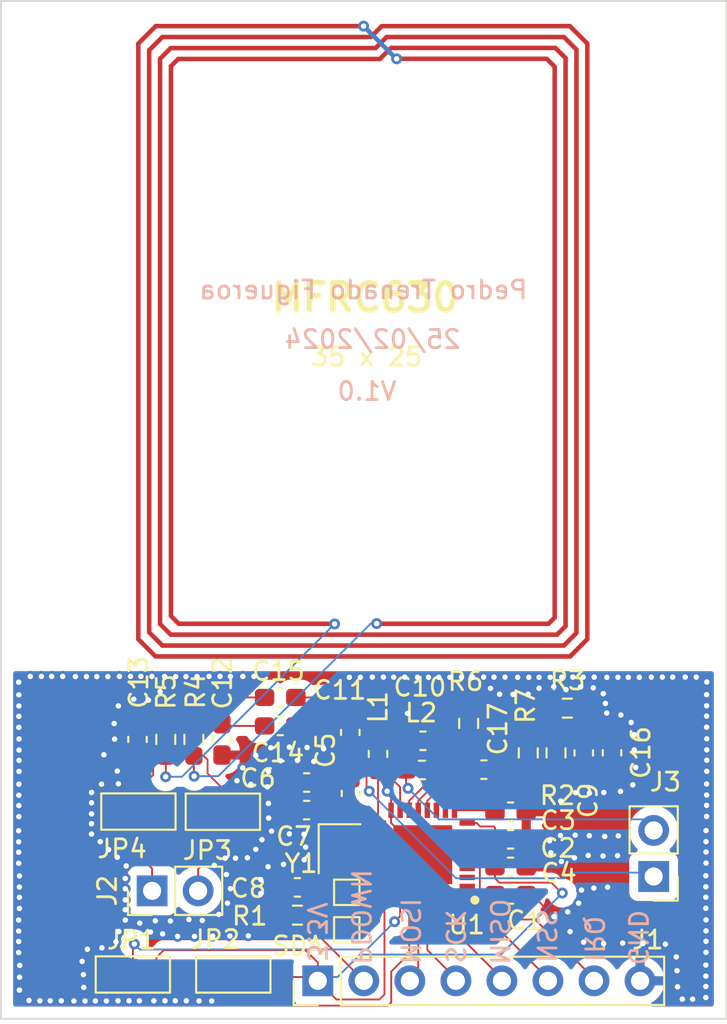
<source format=kicad_pcb>
(kicad_pcb (version 20221018) (generator pcbnew)
  (title_block (title "NFC Programmer") (rev "3.0") (company "Tychetools"))
  (layers (0 "F.Cu" signal) (31 "B.Cu" signal) (34 "B.Paste" user) (35 "F.Paste" user) (36 "B.SilkS" user "B.Silkscreen") (37 "F.SilkS" user "F.Silkscreen") (38 "B.Mask" user) (39 "F.Mask" user) (44 "Edge.Cuts" user))
  (net 0 "")
  (net 1 "Net-(U1-DVDD)")
  (net 2 "GND")
  (net 3 "Net-(U1-AVDD)")
  (net 4 "Net-(U1-TVDD)")
  (net 5 "Net-(U1-XTAL2)")
  (net 6 "/RXP")
  (net 7 "Net-(C9-Pad2)")
  (net 8 "Net-(C10-Pad2)")
  (net 9 "Net-(C11-Pad1)")
  (net 10 "Net-(C12-Pad1)")
  (net 11 "Net-(C13-Pad2)")
  (net 12 "/VMID")
  (net 13 "/RXN")
  (net 14 "Net-(C17-Pad2)")
  (net 15 "/TX1")
  (net 16 "/TX2")
  (net 17 "Net-(JP3-A)")
  (net 21 "/SDA")
  (net 22 "/MISO")
  (net 23 "/IRQ")
  (net 24 "/NSS")
  (net 31 "/PDOWN")
  (net 32 "+3V3")
  (net 33 "/SCK")
  (net 34 "/MOSI")
  (net 35 "Net-(U1-XTAL1)")
  (net 36 "/IFSEL0")
  (net 37 "/IFSEL1")
  (net 38 "Net-(J2-Pin_2)")
  (net 39 "Net-(JP4-A)")
  (net 40 "Net-(JP4-C)")
  (net 41 "Net-(J2-Pin_1)")
  (net 42 "/SCL")
  (footprint "Resistor_SMD:R_0603_1608Metric_Pad0.98x0.95mm_HandSolder" (layer "F.Cu") (at 150.81375 95.4575 -90)
    (fp_text reference "R2")
    (fp_text value "TBD" hide)
  )
  (footprint "Capacitor_SMD:C_0603_1608Metric_Pad1.08x0.95mm_HandSolder" (layer "F.Cu") (at 146.83425 96.38 180)
    (fp_text reference "C17")
    (fp_text value "TBD" hide)
  )
  (footprint "Resistor_SMD:R_0603_1608Metric_Pad0.98x0.95mm_HandSolder" (layer "F.Cu") (at 145.99425 93.83 90)
    (fp_text reference "R6")
    (fp_text value "TBD" hide)
  )
  (footprint "Jumper:SolderJumper-3_P1.3mm_Bridged12_Pad1.0x1.5mm_NumberLabels" (layer "F.Cu") (at 132.435 98.7)
    (fp_text reference "JP3")
    (fp_text value "SolderJumper_3_Bridged12" hide)
  )
  (footprint "MountingHole:MountingHole_3mm" (layer "F.Cu") (at 124.08 58.64)
    (fp_text reference "H3" hide)
    (fp_text value "MountingHole_Pad" hide)
  )
  (footprint "MountingHole:MountingHole_3mm" (layer "F.Cu") (at 156.12 58.64)
    (fp_text reference "H4" hide)
    (fp_text value "MountingHole_Pad" hide)
  )
  (footprint "TestPoint:TestPoint_Pad_1.0x1.0mm" (layer "F.Cu") (at 139.27 105.21 180)
    (fp_text reference "TP1" hide)
    (fp_text value "TestPoint" hide)
  )
  (footprint "Capacitor_SMD:C_0603_1608Metric_Pad1.08x0.95mm_HandSolder" (layer "F.Cu") (at 137.06 97.09 180)
    (fp_text reference "C6")
    (fp_text value "1u" hide)
  )
  (footprint "Connector_PinHeader_2.54mm:PinHeader_1x02_P2.54mm_Vertical" (layer "F.Cu") (at 128.53 103.06 90)
    (fp_text reference "J2")
    (fp_text value "Conn_01x02_Pin" hide)
  )
  (footprint "Inductor_SMD:L_0603_1608Metric_Pad1.05x0.95mm_HandSolder" (layer "F.Cu") (at 140.99425 95.51 90)
    (fp_text reference "L1")
    (fp_text value "TBD" hide)
  )
  (footprint "Capacitor_SMD:C_0603_1608Metric_Pad1.08x0.95mm_HandSolder" (layer "F.Cu") (at 135.6 93.97 180)
    (fp_text reference "C14")
    (fp_text value "TBD" hide)
  )
  (footprint "MountingHole:MountingHole_3mm" (layer "F.Cu") (at 124.06 88.02)
    (fp_text reference "H1" hide)
    (fp_text value "MountingHole_Pad" hide)
  )
  (footprint "Crystal:Crystal_SMD_2016-4Pin_2.0x1.6mm" (layer "F.Cu") (at 138.87175 100.74 -90)
    (fp_text reference "Y1")
    (fp_text value "Crystal_27.12MHz" hide)
  )
  (footprint "Capacitor_SMD:C_0603_1608Metric_Pad1.08x0.95mm_HandSolder" (layer "F.Cu") (at 139.50425 97.69 90)
    (fp_text reference "C5")
    (fp_text value "100n" hide)
  )
  (footprint "Capacitor_SMD:C_0603_1608Metric_Pad1.08x0.95mm_HandSolder" (layer "F.Cu") (at 139.46425 94.33 -90)
    (fp_text reference "C11")
    (fp_text value "TBD" hide)
  )
  (footprint "Library3:MFRC630_MOUSER" (layer "F.Cu") (at 143.46425 101.07 180)
    (fp_text reference "U1")
    (fp_text value "MFRC63002HN,151" hide)
  )
  (footprint "Connector_PinHeader_2.54mm:PinHeader_1x08_P2.54mm_Vertical" (layer "F.Cu") (at 137.67 108.02 90)
    (fp_text reference "J1")
    (fp_text value "Conn_01x08" hide)
  )
  (footprint "Resistor_SMD:R_0603_1608Metric_Pad0.98x0.95mm_HandSolder" (layer "F.Cu") (at 130.835 94.7125 -90)
    (fp_text reference "R4")
    (fp_text value "TBD" hide)
  )
  (footprint "TestPoint:TestPoint_Pad_1.0x1.0mm" (layer "F.Cu") (at 139.27 103.14)
    (fp_text reference "TP2" hide)
    (fp_text value "TestPoint" hide)
  )
  (footprint "Capacitor_SMD:C_0603_1608Metric_Pad1.08x0.95mm_HandSolder" (layer "F.Cu") (at 152.34425 95.4575 90)
    (fp_text reference "C9")
    (fp_text value "TBD" hide)
  )
  (footprint "Capacitor_SMD:C_0603_1608Metric_Pad1.08x0.95mm_HandSolder" (layer "F.Cu") (at 135.6 92.4 180)
    (fp_text reference "C15")
    (fp_text value "TBD" hide)
  )
  (footprint "Capacitor_SMD:C_0603_1608Metric_Pad1.08x0.95mm_HandSolder" (layer "F.Cu") (at 148.3075 98.7)
    (fp_text reference "C3")
    (fp_text value "470n" hide)
  )
  (footprint "Capacitor_SMD:C_0603_1608Metric_Pad1.08x0.95mm_HandSolder" (layer "F.Cu") (at 148.3075 100.22)
    (fp_text reference "C2")
    (fp_text value "100n" hide)
  )
  (footprint "Resistor_SMD:R_0603_1608Metric_Pad0.98x0.95mm_HandSolder" (layer "F.Cu") (at 149.28325 95.4575 90)
    (fp_text reference "R7")
    (fp_text value "TBD" hide)
  )
  (footprint "Capacitor_SMD:C_0603_1608Metric_Pad1.08x0.95mm_HandSolder" (layer "F.Cu") (at 153.90425 95.45 -90)
    (fp_text reference "C16")
    (fp_text value "TBD" hide)
  )
  (footprint "Capacitor_SMD:C_0603_1608Metric_Pad1.08x0.95mm_HandSolder" (layer "F.Cu") (at 148.3075 101.74)
    (fp_text reference "C4")
    (fp_text value "100n" hide)
  )
  (footprint "Resistor_SMD:R_0603_1608Metric_Pad0.98x0.95mm_HandSolder" (layer "F.Cu") (at 129.285 94.7125 -90)
    (fp_text reference "R5")
    (fp_text value "TBD" hide)
  )
  (footprint "Resistor_SMD:R_0603_1608Metric_Pad0.98x0.95mm_HandSolder" (layer "F.Cu") (at 151.435 92.99)
    (fp_text reference "R3")
    (fp_text value "TBD" hide)
  )
  (footprint "Capacitor_SMD:C_0603_1608Metric_Pad1.08x0.95mm_HandSolder" (layer "F.Cu") (at 132.385 94.7125 -90)
    (fp_text reference "C12")
    (fp_text value "TBD" hide)
  )
  (footprint "Capacitor_SMD:C_0603_1608Metric_Pad1.08x0.95mm_HandSolder" (layer "F.Cu") (at 127.725 94.7125 90)
    (fp_text reference "C13")
    (fp_text value "TBD" hide)
  )
  (footprint "Capacitor_SMD:C_0603_1608Metric_Pad1.08x0.95mm_HandSolder" (layer "F.Cu") (at 136.545 102.87 180)
    (fp_text reference "C8")
    (fp_text value "10p" hide)
  )
  (footprint "Connector_PinHeader_2.54mm:PinHeader_1x02_P2.54mm_Vertical" (layer "F.Cu") (at 156.2 102.27 180)
    (fp_text reference "J3")
    (fp_text value "Conn_01x02_Pin" hide)
  )
  (footprint "Inductor_SMD:L_0603_1608Metric_Pad1.05x0.95mm_HandSolder" (layer "F.Cu") (at 143.41925 96.4)
    (fp_text reference "L2")
    (fp_text value "TBD" hide)
  )
  (footprint "Resistor_SMD:R_0603_1608Metric_Pad0.98x0.95mm_HandSolder" (layer "F.Cu") (at 136.5475 104.4 180)
    (fp_text reference "R1")
    (fp_text value "10k" hide)
  )
  (footprint "Jumper:SolderJumper-3_P1.3mm_Bridged12_Pad1.0x1.5mm_NumberLabels" (layer "F.Cu") (at 127.775 98.69 180)
    (fp_text reference "JP4")
    (fp_text value "SolderJumper_3_Bridged12" hide)
  )
  (footprint "Jumper:SolderJumper-3_P1.3mm_Bridged12_Pad1.0x1.5mm_NumberLabels" (layer "F.Cu") (at 133.01 107.67 180)
    (fp_text reference "JP2")
    (fp_text value "SolderJumper_3_Bridged12" hide)
  )
  (footprint "Jumper:SolderJumper-3_P1.3mm_Bridged12_Pad1.0x1.5mm_NumberLabels" (layer "F.Cu") (at 127.47 107.67)
    (fp_text reference "JP1")
    (fp_text value "SolderJumper_3_Bridged12" hide)
  )
  (footprint "Capacitor_SMD:C_0603_1608Metric_Pad1.08x0.95mm_HandSolder" (layer "F.Cu") (at 143.47175 94.79)
    (fp_text reference "C10")
    (fp_text value "TBD" hide)
  )
  (footprint "Capacitor_SMD:C_0603_1608Metric_Pad1.08x0.95mm_HandSolder" (layer "F.Cu") (at 137.0575 98.61 180)
    (fp_text reference "C7")
    (fp_text value "10p" hide)
  )
  (footprint "MountingHole:MountingHole_3mm" (layer "F.Cu") (at 156.11 88.02)
    (fp_text reference "H2" hide)
    (fp_text value "MountingHole_Pad" hide)
  )
  (footprint "Capacitor_SMD:C_0603_1608Metric_Pad1.08x0.95mm_HandSolder" (layer "F.Cu") (at 148.3075 103.26)
    (fp_text reference "C1")
    (fp_text value "470n" hide)
  )
  (gr_poly (pts (xy 120.19 110.11) (xy 158.66 110.11) (xy 160.22 110.11) (xy 160.22 54.01) (xy 120.19 54.01) (xy 120.19 110.11)) (stroke (width 0.1)) (fill none) (layer "Edge.Cuts"))
  (gr_text "3.3V" (at 137.02 107.04 -90) (layer "B.SilkS") (effects (font (size 1 1) (thickness 0.153)) (justify left bottom mirror)))
  (gr_text "MOSI\n" (at 142.17 107.19 -90) (layer "B.SilkS") (effects (font (size 1 1) (thickness 0.153)) (justify left bottom mirror)))
  (gr_text "V1.0\n" (at 142.1 76.11) (layer "B.SilkS") (effects (font (size 1 1) (thickness 0.153)) (justify left bottom mirror)))
  (gr_text "25/02/2024\n" (at 145.65 73.25) (layer "B.SilkS") (effects (font (size 1 1) (thickness 0.153)) (justify left bottom mirror)))
  (gr_text "GND\n" (at 154.73 107.26 -90) (layer "B.SilkS") (effects (font (size 1 1) (thickness 0.153)) (justify left bottom mirror)))
  (gr_text "PDOWN" (at 139.45 107.22 -90) (layer "B.SilkS") (effects (font (size 1 1) (thickness 0.153)) (justify left bottom mirror)))
  (gr_text "Pedro Trenado Figueroa\n" (at 149.33 70.52) (layer "B.SilkS") (effects (font (size 1 1) (thickness 0.153)) (justify left bottom mirror)))
  (gr_text "NSS\n" (at 149.69 107.12 -90) (layer "B.SilkS") (effects (font (size 1 1) (thickness 0.153)) (justify left bottom mirror)))
  (gr_text "SCK\n" (at 144.66 107.15 -90) (layer "B.SilkS") (effects (font (size 1 1) (thickness 0.153)) (justify left bottom mirror)))
  (gr_text "IRQ\n" (at 152.32 107.08 -90) (layer "B.SilkS") (effects (font (size 1 1) (thickness 0.153)) (justify left bottom mirror)))
  (gr_text "MISO\n" (at 147.11 107.22 -90) (layer "B.SilkS") (effects (font (size 1 1) (thickness 0.153)) (justify left bottom mirror)))
  (gr_text "35 x 25" (at 137.19 74.21) (layer "F.SilkS") (effects (font (size 1 1) (thickness 0.153)) (justify left bottom)))
  (gr_text "MFRC630\n" (at 134.95 71.24) (layer "F.SilkS") (effects (font (size 1.5 1.5) (thickness 0.3) bold) (justify left bottom)))
  (gr_text "SDA" (at 135.06 106.67) (layer "F.SilkS") (effects (font (size 1 1) (thickness 0.153)) (justify left bottom)))
  (segment (start 146.61 99.99075) (end 146.61 103.04) (width 0.1) (layer "F.Cu") (net 1))
  (segment (start 146.43925 99.82) (end 146.61 99.99075) (width 0.1) (layer "F.Cu") (net 1))
  (segment (start 146.83 103.26) (end 147.445 103.26) (width 0.1) (layer "F.Cu") (net 1))
  (segment (start 146.61 103.04) (end 146.83 103.26) (width 0.1) (layer "F.Cu") (net 1))
  (segment (start 145.91425 99.82) (end 146.43925 99.82) (width 0.1) (layer "F.Cu") (net 1))
  (segment (start 139.42175 100.34) (end 138.32175 101.44) (width 0.1) (layer "F.Cu") (net 2))
  (segment (start 134.225 95.575) (end 134.251582 95.601582) (width 0.1) (layer "F.Cu") (net 2))
  (segment (start 142.60925 94.79) (end 142.60925 93.29075) (width 0.1) (layer "F.Cu") (net 2))
  (segment (start 138.0275 95.1925) (end 137.99 95.23) (width 0.1) (layer "F.Cu") (net 2))
  (segment (start 125.885 95.575) (end 125.87 95.56) (width 0.1) (layer "F.Cu") (net 2))
  (segment (start 139.46425 95.1925) (end 138.0275 95.1925) (width 0.1) (layer "F.Cu") (net 2))
  (segment (start 139.42175 100.04) (end 139.42175 100.34) (width 0.1) (layer "F.Cu") (net 2))
  (segment (start 138.32175 101.44) (end 137.01 101.44) (width 0.1) (layer "F.Cu") (net 2))
  (segment (start 142.60925 93.29075) (end 142.62 93.28) (width 0.1) (layer "F.Cu") (net 2))
  (segment (start 143.46425 101.07) (end 141.71425 99.32) (width 0.1) (layer "F.Cu") (net 2))
  (segment (start 149.48 103.26) (end 150.7 104.48) (width 0.1) (layer "F.Cu") (net 2))
  (segment (start 149.17 103.26) (end 149.48 103.26) (width 0.1) (layer "F.Cu") (net 2))
  (segment (start 141.71425 97.78425) (end 141.5 97.57) (width 0.1) (layer "F.Cu") (net 2))
  (segment (start 132.385 95.575) (end 134.225 95.575) (width 0.1) (layer "F.Cu") (net 2))
  (segment (start 127.725 95.575) (end 125.885 95.575) (width 0.1) (layer "F.Cu") (net 2))
  (segment (start 141.71425 98.62) (end 141.71425 97.78425) (width 0.1) (layer "F.Cu") (net 2))
  (segment (start 137.01 101.44) (end 136.92 101.35) (width 0.1) (layer "F.Cu") (net 2))
  (segment (start 141.71425 99.32) (end 141.71425 98.62) (width 0.1) (layer "F.Cu") (net 2))
  (via micro (at 159.13 95.86) (size 0.6) (drill 0.3) (layers "F.Cu" "B.Cu") (net 2))
  (via micro (at 129.54 104.72) (size 0.6) (drill 0.3) (layers "F.Cu" "B.Cu") (net 2))
  (via micro (at 157.94 91.28) (size 0.6) (drill 0.3) (layers "F.Cu" "B.Cu") (net 2))
  (via micro (at 131.87 105.55) (size 0.6) (drill 0.3) (layers "F.Cu" "B.Cu") (net 2))
  (via micro (at 124.3 91.25) (size 0.6) (drill 0.3) (layers "F.Cu" "B.Cu") (net 2))
  (via micro (at 125.19 98.82) (size 0.6) (drill 0.3) (layers "F.Cu" "B.Cu") (net 2))
  (via micro (at 127.34 91.24) (size 0.6) (drill 0.3) (layers "F.Cu" "B.Cu") (net 2))
  (via micro (at 157.25 91.28) (size 0.6) (drill 0.3) (layers "F.Cu" "B.Cu") (net 2))
  (via micro (at 129.94 105.57) (size 0.6) (drill 0.3) (layers "F.Cu" "B.Cu") (net 2))
  (via micro (at 135.12 99.77) (size 0.6) (drill 0.3) (layers "F.Cu" "B.Cu") (net 2))
  (via micro (at 121.18 98.97) (size 0.6) (drill 0.3) (layers "F.Cu" "B.Cu") (net 2))
  (via micro (at 123.52 109.12) (size 0.6) (drill 0.3) (layers "F.Cu" "B.Cu") (net 2))
  (via (at 134.251582 95.601582) (size 0.6) (drill 0.3) (layers "F.Cu" "B.Cu") (net 2))
  (via micro (at 126.46 94.7) (size 0.6) (drill 0.3) (layers "F.Cu" "B.Cu") (net 2))
  (via micro (at 132.21 104.36) (size 0.6) (drill 0.3) (layers "F.Cu" "B.Cu") (net 2))
  (via micro (at 144.35 91.29) (size 0.6) (drill 0.3) (layers "F.Cu" "B.Cu") (net 2))
  (via micro (at 159.08 104.02) (size 0.6) (drill 0.3) (layers "F.Cu" "B.Cu") (net 2))
  (via micro (at 155.13 94.45) (size 0.6) (drill 0.3) (layers "F.Cu" "B.Cu") (net 2))
  (via micro (at 153.5 100.06) (size 0.6) (drill 0.3) (layers "F.Cu" "B.Cu") (net 2))
  (via micro (at 129.22 91.25) (size 0.6) (drill 0.3) (layers "F.Cu" "B.Cu") (net 2))
  (via micro (at 125.19 98.21) (size 0.6) (drill 0.3) (layers "F.Cu" "B.Cu") (net 2))
  (via micro (at 134.59 100.24) (size 0.6) (drill 0.3) (layers "F.Cu" "B.Cu") (net 2))
  (via micro (at 148.44 92.23) (size 0.6) (drill 0.3) (layers "F.Cu" "B.Cu") (net 2))
  (via micro (at 132.69 103.74) (size 0.6) (drill 0.3) (layers "F.Cu" "B.Cu") (net 2))
  (via micro (at 126.65 109.12) (size 0.6) (drill 0.3) (layers "F.Cu" "B.Cu") (net 2))
  (via micro (at 154.37 97.58) (size 0.6) (drill 0.3) (layers "F.Cu" "B.Cu") (net 2))
  (via micro (at 123.6 91.24) (size 0.6) (drill 0.3) (layers "F.Cu" "B.Cu") (net 2))
  (via micro (at 133.98 97.19) (size 0.6) (drill 0.3) (layers "F.Cu" "B.Cu") (net 2))
  (via micro (at 159.13 96.47) (size 0.6) (drill 0.3) (layers "F.Cu" "B.Cu") (net 2))
  (via micro (at 121.18 92.26) (size 0.6) (drill 0.3) (layers "F.Cu" "B.Cu") (net 2))
  (via micro (at 152.66 97.67) (size 0.6) (drill 0.3) (layers "F.Cu" "B.Cu") (net 2))
  (via micro (at 134.52575 102.44) (size 0.6) (drill 0.3) (layers "F.Cu" "B.Cu") (net 2))
  (via micro (at 154.96 93.78) (size 0.6) (drill 0.3) (layers "F.Cu" "B.Cu") (net 2))
  (via micro (at 121.17 91.56) (size 0.6) (drill 0.3) (layers "F.Cu" "B.Cu") (net 2))
  (via micro (at 141.86 91.28) (size 0.6) (drill 0.3) (layers "F.Cu" "B.Cu") (net 2))
  (via micro (at 148.7 91.29) (size 0.6) (drill 0.3) (layers "F.Cu" "B.Cu") (net 2))
  (via micro (at 158.55 91.28) (size 0.6) (drill 0.3) (layers "F.Cu" "B.Cu") (net 2))
  (via micro (at 125.74 97.18) (size 0.6) (drill 0.3) (layers "F.Cu" "B.Cu") (net 2))
  (via micro (at 131.82 109.13) (size 0.6) (drill 0.3) (layers "F.Cu" "B.Cu") (net 2))
  (via micro (at 121.17 106.46) (size 0.6) (drill 0.3) (layers "F.Cu" "B.Cu") (net 2))
  (via micro (at 132.56 101.26) (size 0.6) (drill 0.3) (layers "F.Cu" "B.Cu") (net 2))
  (via micro (at 137.45 95.93) (size 0.6) (drill 0.3) (layers "F.Cu" "B.Cu") (net 2))
  (via micro (at 159.12 92.86) (size 0.6) (drill 0.3) (layers "F.Cu" "B.Cu") (net 2))
  (via micro (at 127.85 104.84) (size 0.6) (drill 0.3) (layers "F.Cu" "B.Cu") (net 2))
  (via micro (at 143.78 91.29) (size 0.6) (drill 0.3) (layers "F.Cu" "B.Cu") (net 2))
  (via micro (at 124.76 108.38) (size 0.6) (drill 0.3) (layers "F.Cu" "B.Cu") (net 2))
  (via micro (at 148 91.28) (size 0.6) (drill 0.3) (layers "F.Cu" "B.Cu") (net 2))
  (via micro (at 121.18 92.87) (size 0.6) (drill 0.3) (layers "F.Cu" "B.Cu") (net 2))
  (via micro (at 151.83 101.24) (size 0.6) (drill 0.3) (layers "F.Cu" "B.Cu") (net 2))
  (via micro (at 152.92 91.28) (size 0.6) (drill 0.3) (layers "F.Cu" "B.Cu") (net 2))
  (via micro (at 147.701096 92.221952) (size 0.6) (drill 0.3) (layers "F.Cu" "B.Cu") (net 2))
  (via micro (at 149.28 92.22) (size 0.6) (drill 0.3) (layers "F.Cu" "B.Cu") (net 2))
  (via micro (at 159.09 99.74) (size 0.6) (drill 0.3) (layers "F.Cu" "B.Cu") (net 2))
  (via micro (at 139.41 91.29) (size 0.6) (drill 0.3) (layers "F.Cu" "B.Cu") (net 2))
  (via micro (at 157.49 107.46) (size 0.6) (drill 0.3) (layers "F.Cu" "B.Cu") (net 2))
  (via micro (at 159.09 101.53) (size 0.6) (drill 0.3) (layers "F.Cu" "B.Cu") (net 2))
  (via micro (at 157.52 108.35) (size 0.6) (drill 0.3) (layers "F.Cu" "B.Cu") (net 2))
  (via micro (at 132.82 105.55) (size 0.6) (drill 0.3) (layers "F.Cu" "B.Cu") (net 2))
  (via micro (at 133.79 101.24) (size 0.6) (drill 0.3) (layers "F.Cu" "B.Cu") (net 2))
  (via micro (at 151.89 97.65) (size 0.6) (drill 0.3) (layers "F.Cu" "B.Cu") (net 2))
  (via micro (at 159.13 95.29) (size 0.6) (drill 0.3) (layers "F.Cu" "B.Cu") (net 2))
  (via micro (at 157.45 106.7) (size 0.6) (drill 0.3) (layers "F.Cu" "B.Cu") (net 2))
  (via micro (at 130.87 105.57) (size 0.6) (drill 0.3) (layers "F.Cu" "B.Cu") (net 2))
  (via micro (at 134.52575 103.21) (size 0.6) (drill 0.3) (layers "F.Cu" "B.Cu") (net 2))
  (via micro (at 128.71 104.71) (size 0.6) (drill 0.3) (layers "F.Cu" "B.Cu") (net 2))
  (via micro (at 127.52 92.5) (size 0.6) (drill 0.3) (layers "F.Cu" "B.Cu") (net 2))
  (via micro (at 131.12 109.13) (size 0.6) (drill 0.3) (layers "F.Cu" "B.Cu") (net 2))
  (via micro (at 159.12 98.96) (size 0.6) (drill 0.3) (layers "F.Cu" "B.Cu") (net 2))
  (via micro (at 126.61 96.46) (size 0.6) (drill 0.3) (layers "F.Cu" "B.Cu") (net 2))
  (via micro (at 127.83 109.12) (size 0.6) (drill 0.3) (layers "F.Cu" "B.Cu") (net 2))
  (via micro (at 158.35 109.03) (size 0.6) (drill 0.3) (layers "F.Cu" "B.Cu") (net 2))
  (via micro (at 121.17 104.67) (size 0.6) (drill 0.3) (layers "F.Cu" "B.Cu") (net 2))
  (via micro (at 152.31 91.28) (size 0.6) (drill 0.3) (layers "F.Cu" "B.Cu") (net 2))
  (via micro (at 126.67 92.87) (size 0.6) (drill 0.3) (layers "F.Cu" "B.Cu") (net 2))
  (via micro (at 154.21 101.12) (size 0.6) (drill 0.3) (layers "F.Cu" "B.Cu") (net 2))
  (via micro (at 126.44 93.84) (size 0.6) (drill 0.3) (layers "F.Cu" "B.Cu") (net 2))
  (via micro (at 140.68 91.28) (size 0.6) (drill 0.3) (layers "F.Cu" "B.Cu") (net 2))
  (via micro (at 125.4 109.13) (size 0.6) (drill 0.3) (layers "F.Cu" "B.Cu") (net 2))
  (via micro (at 156.07 91.28) (size 0.6) (drill 0.3) (layers "F.Cu" "B.Cu") (net 2))
  (via micro (at 136.91 99.94) (size 0.6) (drill 0.3) (layers "F.Cu" "B.Cu") (net 2))
  (via micro (at 152.59 101.11) (size 0.6) (drill 0.3) (layers "F.Cu" "B.Cu") (net 2))
  (via micro (at 150.46 100.3) (size 0.6) (drill 0.3) (layers "F.Cu" "B.Cu") (net 2))
  (via micro (at 140.02 91.29) (size 0.6) (drill 0.3) (layers "F.Cu" "B.Cu") (net 2))
  (via micro (at 153.45 97.64) (size 0.6) (drill 0.3) (layers "F.Cu" "B.Cu") (net 2))
  (via micro (at 134.95 98.24) (size 0.6) (drill 0.3) (layers "F.Cu" "B.Cu") (net 2))
  (via micro (at 151.364342 91.97) (size 0.6) (drill 0.3) (layers "F.Cu" "B.Cu") (net 2))
  (via micro (at 135.077887 95.174346) (size 0.6) (drill 0.3) (layers "F.Cu" "B.Cu") (net 2))
  (via micro (at 155.41 91.29) (size 0.6) (drill 0.3) (layers "F.Cu" "B.Cu") (net 2))
  (via micro (at 159.08 107.15) (size 0.6) (drill 0.3) (layers "F.Cu" "B.Cu") (net 2))
  (via micro (at 130.42 109.12) (size 0.6) (drill 0.3) (layers "F.Cu" "B.Cu") (net 2))
  (via micro (at 129.81 109.12) (size 0.6) (drill 0.3) (layers "F.Cu" "B.Cu") (net 2))
  (via micro (at 159.09 105.27) (size 0.6) (drill 0.3) (layers "F.Cu" "B.Cu") (net 2))
  (via micro (at 137.08 95.16) (size 0.6) (drill 0.3) (layers "F.Cu" "B.Cu") (net 2))
  (via micro (at 128.33 92.55) (size 0.6) (drill 0.3) (layers "F.Cu" "B.Cu") (net 2))
  (via micro (at 121.18 94.05) (size 0.6) (drill 0.3) (layers "F.Cu" "B.Cu") (net 2))
  (via micro (at 121.81 91.24) (size 0.6) (drill 0.3) (layers "F.Cu" "B.Cu") (net 2))
  (via (at 142.62 93.28) (size 0.6) (drill 0.3) (layers "F.Cu" "B.Cu") (net 2))
  (via micro (at 131.01 91.25) (size 0.6) (drill 0.3) (layers "F.Cu" "B.Cu") (net 2))
  (via micro (at 127.26 109.12) (size 0.6) (drill 0.3) (layers "F.Cu" "B.Cu") (net 2))
  (via micro (at 149.88 91.29) (size 0.6) (drill 0.3) (layers "F.Cu" "B.Cu") (net 2))
  (via micro (at 125.48 91.25) (size 0.6) (drill 0.3) (layers "F.Cu" "B.Cu") (net 2))
  (via micro (at 127.05 102.38) (size 0.6) (drill 0.3) (layers "F.Cu" "B.Cu") (net 2))
  (via micro (at 127.91 91.24) (size 0.6) (drill 0.3) (layers "F.Cu" "B.Cu") (net 2))
  (via micro (at 153.66 102.86) (size 0.6) (drill 0.3) (layers "F.Cu" "B.Cu") (net 2))
  (via micro (at 151.46 104.22) (size 0.6) (drill 0.3) (layers "F.Cu" "B.Cu") (net 2))
  (via micro (at 124.74 107.68) (size 0.6) (drill 0.3) (layers "F.Cu" "B.Cu") (net 2))
  (via micro (at 150.53 100.96) (size 0.6) (drill 0.3) (layers "F.Cu" "B.Cu") (net 2))
  (via micro (at 134.95 96.48) (size 0.6) (drill 0.3) (layers "F.Cu" "B.Cu") (net 2))
  (via micro (at 136.54 95.87) (size 0.6) (drill 0.3) (layers "F.Cu" "B.Cu") (net 2))
  (via micro (at 153.54 92.73) (size 0.6) (drill 0.3) (layers "F.Cu" "B.Cu") (net 2))
  (via micro (at 131.96 101.65) (size 0.6) (drill 0.3) (layers "F.Cu" "B.Cu") (net 2))
  (via micro (at 121.17 105.85) (size 0.6) (drill 0.3) (layers "F.Cu" "B.Cu") (net 2))
  (via micro (at 155.13 95.29) (size 0.6) (drill 0.3) (layers "F.Cu" "B.Cu") (net 2))
  (via micro (at 122.91 109.12) (size 0.6) (drill 0.3) (layers "F.Cu" "B.Cu") (net 2))
  (via micro (at 130.56 104.64) (size 0.6) (drill 0.3) (layers "F.Cu" "B.Cu") (net 2))
  (via micro (at 125.76 106.2) (size 0.6) (drill 0.3) (layers "F.Cu" "B.Cu") (net 2))
  (via micro (at 159.08 107.76) (size 0.6) (drill 0.3) (layers "F.Cu" "B.Cu") (net 2))
  (via micro (at 124.67 106.95) (size 0.6) (drill 0.3) (layers "F.Cu" "B.Cu") (net 2))
  (via micro (at 127.05 104.1) (size 0.6) (drill 0.3) (layers "F.Cu" "B.Cu") (net 2))
  (via micro (at 124.96 106.28) (size 0.6) (drill 0.3) (layers "F.Cu" "B.Cu") (net 2))
  (via micro (at 133.54 91.24) (size 0.6) (drill 0.3) (layers "F.Cu" "B.Cu") (net 2))
  (via micro (at 159.09 104.66) (size 0.6) (drill 0.3) (layers "F.Cu" "B.Cu") (net 2))
  (via micro (at 152.06 103.74) (size 0.6) (drill 0.3) (layers "F.Cu" "B.Cu") (net 2))
  (via micro (at 129.11 105.43) (size 0.6) (drill 0.3) (layers "F.Cu" "B.Cu") (net 2))
  (via micro (at 121.23 107.17) (size 0.6) (drill 0.3) (layers "F.Cu" "B.Cu") (net 2))
  (via micro (at 131.3 104.69) (size 0.6) (drill 0.3) (layers "F.Cu" "B.Cu") (net 2))
  (via micro (at 121.21 108.53) (size 0.6) (drill 0.3) (layers "F.Cu" "B.Cu") (net 2))
  (via micro (at 135.62 95.89) (size 0.6) (drill 0.3) (layers "F.Cu" "B.Cu") (net 2))
  (via micro (at 132.85 91.24) (size 0.6) (drill 0.3) (layers "F.Cu" "B.Cu") (net 2))
  (via micro (at 128.63 109.12) (size 0.6) (drill 0.3) (layers "F.Cu" "B.Cu") (net 2))
  (via micro (at 159.13 94.68) (size 0.6) (drill 0.3) (layers "F.Cu" "B.Cu") (net 2))
  (via micro (at 154.25 100.03) (size 0.6) (drill 0.3) (layers "F.Cu" "B.Cu") (net 2))
  (via micro (at 127.05 102.95) (size 0.6) (drill 0.3) (layers "F.Cu" "B.Cu") (net 2))
  (via micro (at 121.17 100.36) (size 0.6) (drill 0.3) (layers "F.Cu" "B.Cu") (net 2))
  (via micro (at 152.22 103.02) (size 0.6) (drill 0.3) (layers "F.Cu" "B.Cu") (net 2))
  (via micro (at 121.21 102.24) (size 0.6) (drill 0.3) (layers "F.Cu" "B.Cu") (net 2))
  (via micro (at 121.18 93.44) (size 0.6) (drill 0.3) (layers "F.Cu" "B.Cu") (net 2))
  (via micro (at 152.9 102.91) (size 0.6) (drill 0.3) (layers "F.Cu" "B.Cu") (net 2))
  (via micro (at 151.74 91.28) (size 0.6) (drill 0.3) (layers "F.Cu" "B.Cu") (net 2))
  (via micro (at 125.19 99.36) (size 0.6) (drill 0.3) (layers "F.Cu" "B.Cu") (net 2))
  (via micro (at 121.17 101.54) (size 0.6) (drill 0.3) (layers "F.Cu" "B.Cu") (net 2))
  (via micro (at 122.34 109.12) (size 0.6) (drill 0.3) (layers "F.Cu" "B.Cu") (net 2))
  (via micro (at 159.12 93.43) (size 0.6) (drill 0.3) (layers "F.Cu" "B.Cu") (net 2))
  (via micro (at 159.09 100.92) (size 0.6) (drill 0.3) (layers "F.Cu" "B.Cu") (net 2))
  (via micro (at 126.67 97.16) (size 0.6) (drill 0.3) (layers "F.Cu" "B.Cu") (net 2))
  (via micro (at 128.97 92.08) (size 0.6) (drill 0.3) (layers "F.Cu" "B.Cu") (net 2))
  (via (at 150.7 104.48) (size 0.6) (drill 0.3) (layers "F.Cu" "B.Cu") (net 2))
  (via micro (at 159.08 108.33) (size 0.6) (drill 0.3) (layers "F.Cu" "B.Cu") (net 2))
  (via micro (at 132.85 102.94) (size 0.6) (drill 0.3) (layers "F.Cu" "B.Cu") (net 2))
  (via micro (at 122.42 91.24) (size 0.6) (drill 0.3) (layers "F.Cu" "B.Cu") (net 2))
  (via micro (at 151.06 100.01) (size 0.6) (drill 0.3) (layers "F.Cu" "B.Cu") (net 2))
  (via micro (at 159.12 97.78) (size 0.6) (drill 0.3) (layers "F.Cu" "B.Cu") (net 2))
  (via micro (at 126.54 105.87) (size 0.6) (drill 0.3) (layers "F.Cu" "B.Cu") (net 2))
  (via micro (at 132.63 102.16) (size 0.6) (drill 0.3) (layers "F.Cu" "B.Cu") (net 2))
  (via micro (at 152.34 105.89) (size 0.6) (drill 0.3) (layers "F.Cu" "B.Cu") (net 2))
  (via micro (at 121.18 98.36) (size 0.6) (drill 0.3) (layers "F.Cu" "B.Cu") (net 2))
  (via micro (at 133.53 96.28) (size 0.6) (drill 0.3) (layers "F.Cu" "B.Cu") (net 2))
  (via micro (at 159.09 106.45) (size 0.6) (drill 0.3) (layers "F.Cu" "B.Cu") (net 2))
  (via micro (at 121.17 105.28) (size 0.6) (drill 0.3) (layers "F.Cu" "B.Cu") (net 2))
  (via micro (at 121.21 104.03) (size 0.6) (drill 0.3) (layers "F.Cu" "B.Cu") (net 2))
  (via micro (at 146.82 91.28) (size 0.6) (drill 0.3) (layers "F.Cu" "B.Cu") (net 2))
  (via micro (at 153.44 105.97) (size 0.6) (drill 0.3) (layers "F.Cu" "B.Cu") (net 2))
  (via micro (at 159.13 91.55) (size 0.6) (drill 0.3) (layers "F.Cu" "B.Cu") (net 2))
  (via micro (at 132.28 91.24) (size 0.6) (drill 0.3) (layers "F.Cu" "B.Cu") (net 2))
  (via micro (at 130.4 91.25) (size 0.6) (drill 0.3) (layers "F.Cu" "B.Cu") (net 2))
  (via micro (at 128.52 91.24) (size 0.6) (drill 0.3) (layers "F.Cu" "B.Cu") (net 2))
  (via micro (at 151.59 105.31) (size 0.6) (drill 0.3) (layers "F.Cu" "B.Cu") (net 2))
  (via micro (at 125.67 100.35) (size 0.6) (drill 0.3) (layers "F.Cu" "B.Cu") (net 2))
  (via micro (at 159.08 108.94) (size 0.6) (drill 0.3) (layers "F.Cu" "B.Cu") (net 2))
  (via micro (at 159.12 97.17) (size 0.6) (drill 0.3) (layers "F.Cu" "B.Cu") (net 2))
  (via micro (at 152.65 100.02) (size 0.6) (drill 0.3) (layers "F.Cu" "B.Cu") (net 2))
  (via micro (at 153.41 101.14) (size 0.6) (drill 0.3) (layers "F.Cu" "B.Cu") (net 2))
  (via micro (at 133.21 96.99) (size 0.6) (drill 0.3) (layers "F.Cu" "B.Cu") (net 2))
  (via micro (at 142.47 91.28) (size 0.6) (drill 0.3) (layers "F.Cu" "B.Cu") (net 2))
  (via micro (at 154.8 91.29) (size 0.6) (drill 0.3) (layers "F.Cu" "B.Cu") (net 2))
  (via micro (at 147.2 91.9) (size 0.6) (drill 0.3) (layers "F.Cu" "B.Cu") (net 2))
  (via micro (at 122.99 91.24) (size 0.6) (drill 0.3) (layers "F.Cu" "B.Cu") (net 2))
  (via micro (at 125.19 99.93) (size 0.6) (drill 0.3) (layers "F.Cu" "B.Cu") (net 2))
  (via micro (at 145.6 91.28) (size 0.6) (drill 0.3) (layers "F.Cu" "B.Cu") (net 2))
  (via micro (at 151.07 98.11) (size 0.6) (drill 0.3) (layers "F.Cu" "B.Cu") (net 2))
  (via micro (at 149.31 91.29) (size 0.6) (drill 0.3) (layers "F.Cu" "B.Cu") (net 2))
  (via micro (at 121.17 99.75) (size 0.6) (drill 0.3) (layers "F.Cu" "B.Cu") (net 2))
  (via micro (at 124.91 91.25) (size 0.6) (drill 0.3) (layers "F.Cu" "B.Cu") (net 2))
  (via micro (at 152.17 91.82) (size 0.6) (drill 0.3) (layers "F.Cu" "B.Cu") (net 2))
  (via micro (at 157.78 109.03) (size 0.6) (drill 0.3) (layers "F.Cu" "B.Cu") (net 2))
  (via micro (at 154.23 91.29) (size 0.6) (drill 0.3) (layers "F.Cu" "B.Cu") (net 2))
  (via micro (at 151.13 91.28) (size 0.6) (drill 0.3) (layers "F.Cu" "B.Cu") (net 2))
  (via micro (at 134.15 91.24) (size 0.6) (drill 0.3) (layers "F.Cu" "B.Cu") (net 2))
  (via micro (at 159.09 105.84) (size 0.6) (drill 0.3) (layers "F.Cu" "B.Cu") (net 2))
  (via micro (at 129.83 91.25) (size 0.6) (drill 0.3) (layers "F.Cu" "B.Cu") (net 2))
  (via micro (at 146.21 91.28) (size 0.6) (drill 0.3) (layers "F.Cu" "B.Cu") (net 2))
  (via micro (at 154.49 105.94) (size 0.6) (drill 0.3) (layers "F.Cu" "B.Cu") (net 2))
  (via micro (at 137 100.65) (size 0.6) (drill 0.3) (layers "F.Cu" "B.Cu") (net 2))
  (via micro (at 134.96 99.05) (size 0.6) (drill 0.3) (layers "F.Cu" "B.Cu") (net 2))
  (via micro (at 159.09 100.35) (size 0.6) (drill 0.3) (layers "F.Cu" "B.Cu") (net 2))
  (via micro (at 131.67 91.24) (size 0.6) (drill 0.3) (layers "F.Cu" "B.Cu") (net 2))
  (via micro (at 127.1 101.69) (size 0.6) (drill 0.3) (layers "F.Cu" "B.Cu") (net 2))
  (via micro (at 136.1 95.14) (size 0.6) (drill 0.3) (layers "F.Cu" "B.Cu") (net 2))
  (via micro (at 127.05 103.56) (size 0.6) (drill 0.3) (layers "F.Cu" "B.Cu") (net 2))
  (via micro (at 126.09 91.25) (size 0.6) (drill 0.3) (layers "F.Cu" "B.Cu") (net 2))
  (via micro (at 159.12 98.35) (size 0.6) (drill 0.3) (layers "F.Cu" "B.Cu") (net 2))
  (via micro (at 147.39 91.28) (size 0.6) (drill 0.3) (layers "F.Cu" "B.Cu") (net 2))
  (via micro (at 121.19 95.3) (size 0.6) (drill 0.3) (layers "F.Cu" "B.Cu") (net 2))
  (via micro (at 151.87 99.99) (size 0.6) (drill 0.3) (layers "F.Cu" "B.Cu") (net 2))
  (via micro (at 126.13 100.79) (size 0.6) (drill 0.3) (layers "F.Cu" "B.Cu") (net 2))
  (via micro (at 134.89 97.33) (size 0.6) (drill 0.3) (layers "F.Cu" "B.Cu") (net 2))
  (via micro (at 121.74 109.1) (size 0.6) (drill 0.3) (layers "F.Cu" "B.Cu") (net 2))
  (via micro (at 136.1 99.92) (size 0.6) (drill 0.3) (layers "F.Cu" "B.Cu") (net 2))
  (via micro (at 121.18 97.18) (size 0.6) (drill 0.3) (layers "F.Cu" "B.Cu") (net 2))
  (via micro (at 126.61 101.21) (size 0.6) (drill 0.3) (layers "F.Cu" "B.Cu") (net 2))
  (via micro (at 121.22 107.82) (size 0.6) (drill 0.3) (layers "F.Cu" "B.Cu") (net 2))
  (via micro (at 121.19 95.87) (size 0.6) (drill 0.3) (layers "F.Cu" "B.Cu") (net 2))
  (via micro (at 149.88 91.89) (size 0.6) (drill 0.3) (layers "F.Cu" "B.Cu") (net 2))
  (via micro (at 144.96 91.29) (size 0.6) (drill 0.3) (layers "F.Cu" "B.Cu") (net 2))
  (via micro (at 121.21 102.85) (size 0.6) (drill 0.3) (layers "F.Cu" "B.Cu") (net 2))
  (via micro (at 159.08 102.23) (size 0.6) (drill 0.3) (layers "F.Cu" "B.Cu") (net 2))
  (via micro (at 121.21 103.42) (size 0.6) (drill 0.3) (layers "F.Cu" "B.Cu") (net 2))
  (via micro (at 143.17 91.29) (size 0.6) (drill 0.3) (layers "F.Cu" "B.Cu") (net 2))
  (via micro (at 124.83 109.13) (size 0.6) (drill 0.3) (layers "F.Cu" "B.Cu") (net 2))
  (via micro (at 159.12 94.04) (size 0.6) (drill 0.3) (layers "F.Cu" "B.Cu") (net 2))
  (via micro (at 134.25 100.77) (size 0.6) (drill 0.3) (layers "F.Cu" "B.Cu") (net 2))
  (via micro (at 121.17 100.93) (size 0.6) (drill 0.3) (layers "F.Cu" "B.Cu") (net 2))
  (via micro (at 153.42 92.19) (size 0.6) (drill 0.3) (layers "F.Cu" "B.Cu") (net 2))
  (via micro (at 155.21 96.26) (size 0.6) (drill 0.3) (layers "F.Cu" "B.Cu") (net 2))
  (via (at 137.99 95.23) (size 0.6) (drill 0.3) (layers "F.Cu" "B.Cu") (net 2))
  (via micro (at 121.19 96.48) (size 0.6) (drill 0.3) (layers "F.Cu" "B.Cu") (net 2))
  (via micro (at 151.11 101.44) (size 0.6) (drill 0.3) (layers "F.Cu" "B.Cu") (net 2))
  (via micro (at 156.68 91.28) (size 0.6) (drill 0.3) (layers "F.Cu" "B.Cu") (net 2))
  (via micro (at 134.93 101.73) (size 0.6) (drill 0.3) (layers "F.Cu" "B.Cu") (net 2))
  (via micro (at 125.19 97.64) (size 0.6) (drill 0.3) (layers "F.Cu" "B.Cu") (net 2))
  (via micro (at 135.78 101.6) (size 0.6) (drill 0.3) (layers "F.Cu" "B.Cu") (net 2))
  (via micro (at 126.7 105.3) (size 0.6) (drill 0.3) (layers "F.Cu" "B.Cu") (net 2))
  (via micro (at 159.08 102.84) (size 0.6) (drill 0.3) (layers "F.Cu" "B.Cu") (net 2))
  (via micro (at 154.39 93.37) (size 0.6) (drill 0.3) (layers "F.Cu" "B.Cu") (net 2))
  (via micro (at 153.62 91.29) (size 0.6) (drill 0.3) (layers "F.Cu" "B.Cu") (net 2))
  (via micro (at 159.12 92.25) (size 0.6) (drill 0.3) (layers "F.Cu" "B.Cu") (net 2))
  (via micro (at 129.24 109.12) (size 0.6) (drill 0.3) (layers "F.Cu" "B.Cu") (net 2))
  (via (at 125.87 95.56) (size 0.6) (drill 0.3) (layers "F.Cu" "B.Cu") (net 2))
  (via micro (at 121.18 97.79) (size 0.6) (drill 0.3) (layers "F.Cu" "B.Cu") (net 2))
  (via micro (at 121.19 94.69) (size 0.6) (drill 0.3) (layers "F.Cu" "B.Cu") (net 2))
  (via (at 141.5 97.57) (size 0.6) (drill 0.3) (layers "F.Cu" "B.Cu") (net 2))
  (via micro (at 127.05 104.67) (size 0.6) (drill 0.3) (layers "F.Cu" "B.Cu") (net 2))
  (via micro (at 155.05 97.22) (size 0.6) (drill 0.3) (layers "F.Cu" "B.Cu") (net 2))
  (via (at 136.92 101.35) (size 0.6) (drill 0.3) (layers "F.Cu" "B.Cu") (net 2))
  (via micro (at 128.44 105.33) (size 0.6) (drill 0.3) (layers "F.Cu" "B.Cu") (net 2))
  (via micro (at 159.08 103.41) (size 0.6) (drill 0.3) (layers "F.Cu" "B.Cu") (net 2))
  (via micro (at 126.01 109.13) (size 0.6) (drill 0.3) (layers "F.Cu" "B.Cu") (net 2))
  (via micro (at 141.29 91.28) (size 0.6) (drill 0.3) (layers "F.Cu" "B.Cu") (net 2))
  (via micro (at 153.61 93.26) (size 0.6) (drill 0.3) (layers "F.Cu" "B.Cu") (net 2))
  (via micro (at 133.84 105.54) (size 0.6) (drill 0.3) (layers "F.Cu" "B.Cu") (net 2))
  (via micro (at 133.13 101.26) (size 0.6) (drill 0.3) (layers "F.Cu" "B.Cu") (net 2))
  (via micro (at 152.87 91.87) (size 0.6) (drill 0.3) (layers "F.Cu" "B.Cu") (net 2))
  (via micro (at 150.69 91.81) (size 0.6) (drill 0.3) (layers "F.Cu" "B.Cu") (net 2))
  (via micro (at 156.85 106) (size 0.6) (drill 0.3) (layers "F.Cu" "B.Cu") (net 2))
  (via micro (at 150.49 91.29) (size 0.6) (drill 0.3) (layers "F.Cu" "B.Cu") (net 2))
  (via micro (at 124.22 109.13) (size 0.6) (drill 0.3) (layers "F.Cu" "B.Cu") (net 2))
  (via micro (at 155.61 105.96) (size 0.6) (drill 0.3) (layers "F.Cu" "B.Cu") (net 2))
  (via micro (at 126.73 91.24) (size 0.6) (drill 0.3) (layers "F.Cu" "B.Cu") (net 2))
  (segment (start 147.365 98.62) (end 147.445 98.7) (width 0.1) (layer "F.Cu") (net 3))
  (segment (start 145.21425 98.62) (end 147.365 98.62) (width 0.1) (layer "F.Cu") (net 3))
  (segment (start 140.4 99.73075) (end 140.4 98.78) (width 0.1) (layer "F.Cu") (net 4))
  (segment (start 138.61 97.09) (end 138.83 97.31) (width 0.1) (layer "F.Cu") (net 4))
  (segment (start 137.9225 97.09) (end 138.61 97.09) (width 0.1) (layer "F.Cu") (net 4))
  (segment (start 140.48925 99.82) (end 140.4 99.73075) (width 0.1) (layer "F.Cu") (net 4))
  (segment (start 140.4 98.78) (end 140.1725 98.5525) (width 0.1) (layer "F.Cu") (net 4))
  (segment (start 140.1725 98.5525) (end 139.50425 98.5525) (width 0.1) (layer "F.Cu") (net 4))
  (segment (start 138.9925 98.5525) (end 139.50425 98.5525) (width 0.1) (layer "F.Cu") (net 4))
  (segment (start 138.83 98.39) (end 138.9925 98.5525) (width 0.1) (layer "F.Cu") (net 4))
  (segment (start 141.01425 99.82) (end 140.48925 99.82) (width 0.1) (layer "F.Cu") (net 4))
  (segment (start 138.83 97.31) (end 138.83 98.39) (width 0.1) (layer "F.Cu") (net 4))
  (segment (start 137.57 102.18) (end 139.33 102.18) (width 0.1) (layer "F.Cu") (net 5))
  (segment (start 137.4075 102.3425) (end 137.57 102.18) (width 0.1) (layer "F.Cu") (net 5))
  (segment (start 139.33 102.18) (end 139.42175 102.08825) (width 0.1) (layer "F.Cu") (net 5))
  (segment (start 140.55 100.82) (end 139.93 101.44) (width 0.1) (layer "F.Cu") (net 5))
  (segment (start 139.93 101.44) (end 139.42175 101.44) (width 0.1) (layer "F.Cu") (net 5))
  (segment (start 137.4075 102.87) (end 137.4075 102.3425) (width 0.1) (layer "F.Cu") (net 5))
  (segment (start 139.42175 102.08825) (end 139.42175 101.44) (width 0.1) (layer "F.Cu") (net 5))
  (segment (start 141.01425 100.82) (end 140.55 100.82) (width 0.1) (layer "F.Cu") (net 5))
  (segment (start 143.71425 98.095) (end 144.21225 97.597) (width 0.1) (layer "F.Cu") (net 6))
  (segment (start 150.81375 97.1405) (end 150.81375 96.37) (width 0.1) (layer "F.Cu") (net 6))
  (segment (start 150.81375 96.37) (end 152.29425 96.37) (width 0.1) (layer "F.Cu") (net 6))
  (segment (start 144.21225 97.597) (end 150.35725 97.597) (width 0.1) (layer "F.Cu") (net 6))
  (segment (start 150.35725 97.597) (end 150.81375 97.1405) (width 0.1) (layer "F.Cu") (net 6))
  (segment (start 143.71425 98.62) (end 143.71425 98.095) (width 0.1) (layer "F.Cu") (net 6))
  (segment (start 152.29425 96.37) (end 152.34425 96.32) (width 0.1) (layer "F.Cu") (net 6))
  (segment (start 152.3475 94.59175) (end 152.34425 94.595) (width 0.1) (layer "F.Cu") (net 7))
  (segment (start 152.3475 92.99) (end 152.3475 94.59175) (width 0.1) (layer "F.Cu") (net 7))
  (segment (start 145.05 94.79) (end 144.33425 94.79) (width 0.1) (layer "F.Cu") (net 8))
  (segment (start 136.4625 92.4) (end 137.43 92.4) (width 0.1) (layer "F.Cu") (net 8))
  (segment (start 144.29425 94.83) (end 144.33425 94.79) (width 0.1) (layer "F.Cu") (net 8))
  (segment (start 145.17 94.67) (end 145.05 94.79) (width 0.1) (layer "F.Cu") (net 8))
  (segment (start 146.410022 92.253) (end 146.75 92.592978) (width 0.1) (layer "F.Cu") (net 8))
  (segment (start 145.35 94) (end 145.17 94.18) (width 0.1) (layer "F.Cu") (net 8))
  (segment (start 146.57 94) (end 145.35 94) (width 0.1) (layer "F.Cu") (net 8))
  (segment (start 150.5225 92.99) (end 147.58 92.99) (width 0.1) (layer "F.Cu") (net 8))
  (segment (start 144.33425 94.13575) (end 144.33425 94.79) (width 0.1) (layer "F.Cu") (net 8))
  (segment (start 145.17 94.18) (end 145.17 94.67) (width 0.1) (layer "F.Cu") (net 8))
  (segment (start 137.577 92.253) (end 146.410022 92.253) (width 0.1) (layer "F.Cu") (net 8))
  (segment (start 146.75 93.42) (end 146.55 93.62) (width 0.1) (layer "F.Cu") (net 8))
  (segment (start 137.43 92.4) (end 137.577 92.253) (width 0.1) (layer "F.Cu") (net 8))
  (segment (start 144.29425 96.4) (end 144.29425 94.83) (width 0.1) (layer "F.Cu") (net 8))
  (segment (start 146.75 92.592978) (end 146.75 93.42) (width 0.1) (layer "F.Cu") (net 8))
  (segment (start 147.58 92.99) (end 146.57 94) (width 0.1) (layer "F.Cu") (net 8))
  (segment (start 144.85 93.62) (end 144.33425 94.13575) (width 0.1) (layer "F.Cu") (net 8))
  (segment (start 146.55 93.62) (end 144.85 93.62) (width 0.1) (layer "F.Cu") (net 8))
  (segment (start 140.99425 95.28425) (end 140.99425 94.635) (width 0.1) (layer "F.Cu") (net 9))
  (segment (start 145.076478 92.9175) (end 143.48 94.513978) (width 0.1) (layer "F.Cu") (net 9))
  (segment (start 140.0675 93.4675) (end 140.27 93.67) (width 0.1) (layer "F.Cu") (net 9))
  (segment (start 143.48 94.513978) (end 143.48 95.29) (width 0.1) (layer "F.Cu") (net 9))
  (segment (start 143.28 95.49) (end 141.2 95.49) (width 0.1) (layer "F.Cu") (net 9))
  (segment (start 139.46425 93.4675) (end 140.0675 93.4675) (width 0.1) (layer "F.Cu") (net 9))
  (segment (start 140.445 94.635) (end 140.99425 94.635) (width 0.1) (layer "F.Cu") (net 9))
  (segment (start 145.99425 92.9175) (end 145.076478 92.9175) (width 0.1) (layer "F.Cu") (net 9))
  (segment (start 143.48 95.29) (end 143.28 95.49) (width 0.1) (layer "F.Cu") (net 9))
  (segment (start 136.4625 93.97) (end 138.12 93.97) (width 0.1) (layer "F.Cu") (net 9))
  (segment (start 140.27 94.46) (end 140.445 94.635) (width 0.1) (layer "F.Cu") (net 9))
  (segment (start 140.27 93.67) (end 140.27 94.46) (width 0.1) (layer "F.Cu") (net 9))
  (segment (start 141.2 95.49) (end 140.99425 95.28425) (width 0.1) (layer "F.Cu") (net 9))
  (segment (start 138.12 93.97) (end 138.6225 93.4675) (width 0.1) (layer "F.Cu") (net 9))
  (segment (start 138.6225 93.4675) (end 139.46425 93.4675) (width 0.1) (layer "F.Cu") (net 9))
  (segment (start 130.835 93.8) (end 132.335 93.8) (width 0.1) (layer "F.Cu") (net 10))
  (segment (start 132.505 93.97) (end 132.385 93.85) (width 0.1) (layer "F.Cu") (net 10))
  (segment (start 134.7375 93.97) (end 132.505 93.97) (width 0.1) (layer "F.Cu") (net 10))
  (segment (start 132.335 93.8) (end 132.385 93.85) (width 0.1) (layer "F.Cu") (net 10))
  (segment (start 127.725 93.85) (end 129.235 93.85) (width 0.1) (layer "F.Cu") (net 11))
  (segment (start 129.235 93.85) (end 129.285 93.8) (width 0.1) (layer "F.Cu") (net 11))
  (segment (start 129.87 92.4) (end 129.285 92.985) (width 0.1) (layer "F.Cu") (net 11))
  (segment (start 129.285 92.985) (end 129.285 93.8) (width 0.1) (layer "F.Cu") (net 11))
  (segment (start 134.7375 92.4) (end 129.87 92.4) (width 0.1) (layer "F.Cu") (net 11))
  (segment (start 153.90425 95.14575) (end 153.7405 95.3095) (width 0.1) (layer "F.Cu") (net 12))
  (segment (start 143.75725 97.052) (end 146.53225 97.052) (width 0.1) (layer "F.Cu") (net 12))
  (segment (start 150.9795 95.3095) (end 150.81375 95.14375) (width 0.1) (layer "F.Cu") (net 12))
  (segment (start 150.81375 95.14375) (end 150.81375 94.545) (width 0.1) (layer "F.Cu") (net 12))
  (segment (start 146.53225 97.052) (end 146.95425 96.63) (width 0.1) (layer "F.Cu") (net 12))
  (segment (start 153.7405 95.3095) (end 150.9795 95.3095) (width 0.1) (layer "F.Cu") (net 12))
  (segment (start 142.71425 98.095) (end 143.75725 97.052) (width 0.1) (layer "F.Cu") (net 12))
  (segment (start 149.28325 94.545) (end 150.81375 94.545) (width 0.1) (layer "F.Cu") (net 12))
  (segment (start 148.36925 94.545) (end 149.28325 94.545) (width 0.1) (layer "F.Cu") (net 12))
  (segment (start 146.95425 96.63) (end 146.95425 95.96) (width 0.1) (layer "F.Cu") (net 12))
  (segment (start 153.90425 94.5875) (end 153.90425 95.14575) (width 0.1) (layer "F.Cu") (net 12))
  (segment (start 146.95425 95.96) (end 148.36925 94.545) (width 0.1) (layer "F.Cu") (net 12))
  (segment (start 142.71425 98.62) (end 142.71425 98.095) (width 0.1) (layer "F.Cu") (net 12))
  (segment (start 143.93925 97.37) (end 147.47425 97.37) (width 0.1) (layer "F.Cu") (net 13))
  (segment (start 143.21425 98.62) (end 143.21425 98.095) (width 0.1) (layer "F.Cu") (net 13))
  (segment (start 149.27325 96.38) (end 149.28325 96.37) (width 0.1) (layer "F.Cu") (net 13))
  (segment (start 143.21425 98.095) (end 143.93925 97.37) (width 0.1) (layer "F.Cu") (net 13))
  (segment (start 147.47425 97.37) (end 147.69675 97.1475) (width 0.1) (layer "F.Cu") (net 13))
  (segment (start 147.69675 97.1475) (end 147.69675 96.38) (width 0.1) (layer "F.Cu") (net 13))
  (segment (start 147.69675 96.38) (end 149.27325 96.38) (width 0.1) (layer "F.Cu") (net 13))
  (segment (start 145.97175 94.765) (end 145.99425 94.7425) (width 0.1) (layer "F.Cu") (net 14))
  (segment (start 145.97175 96.38) (end 145.97175 94.765) (width 0.1) (layer "F.Cu") (net 14))
  (segment (start 140.36 97.45) (end 140.36 96.55) (width 0.1) (layer "F.Cu") (net 15))
  (segment (start 140.36 97.45) (end 140.48 97.57) (width 0.1) (layer "F.Cu") (net 15))
  (segment (start 140.525 96.385) (end 140.99425 96.385) (width 0.1) (layer "F.Cu") (net 15))
  (segment (start 140.99425 99.3) (end 141.01425 99.32) (width 0.1) (layer "F.Cu") (net 15))
  (segment (start 140.99425 96.385) (end 140.99425 99.3) (width 0.1) (layer "F.Cu") (net 15))
  (segment (start 140.48 97.57) (end 140.51 97.57) (width 0.1) (layer "F.Cu") (net 15))
  (segment (start 140.36 96.55) (end 140.525 96.385) (width 0.1) (layer "F.Cu") (net 15))
  (via (at 140.51 97.57) (size 0.6) (drill 0.3) (layers "F.Cu" "B.Cu") (net 15))
  (segment (start 145.307199 102.367199) (end 140.51 97.57) (width 0.1) (layer "B.Cu") (net 15))
  (segment (start 155.98455 102.05455) (end 151.584988 102.05455) (width 0.1) (layer "B.Cu") (net 15))
  (segment (start 151.584988 102.05455) (end 151.272339 102.367199) (width 0.1) (layer "B.Cu") (net 15))
  (segment (start 151.272339 102.367199) (end 145.307199 102.367199) (width 0.1) (layer "B.Cu") (net 15))
  (segment (start 156.2 102.27) (end 155.98455 102.05455) (width 0.1) (layer "B.Cu") (net 15))
  (segment (start 141.82 96.91) (end 141.82 96.49) (width 0.1) (layer "F.Cu") (net 16))
  (segment (start 142.21425 97.34425) (end 141.8 96.93) (width 0.1) (layer "F.Cu") (net 16))
  (segment (start 141.8 96.93) (end 141.82 96.91) (width 0.1) (layer "F.Cu") (net 16))
  (segment (start 141.91 96.4) (end 142.54425 96.4) (width 0.1) (layer "F.Cu") (net 16))
  (segment (start 142.65 97.41) (end 142.54425 97.30425) (width 0.1) (layer "F.Cu") (net 16))
  (segment (start 141.82 96.49) (end 141.91 96.4) (width 0.1) (layer "F.Cu") (net 16))
  (segment (start 142.21425 98.62) (end 142.21425 97.34425) (width 0.1) (layer "F.Cu") (net 16))
  (segment (start 142.54425 97.30425) (end 142.54425 96.4) (width 0.1) (layer "F.Cu") (net 16))
  (via (at 142.65 97.41) (size 0.6) (drill 0.3) (layers "F.Cu" "B.Cu") (net 16))
  (segment (start 144.36 99.12) (end 155.59 99.12) (width 0.1) (layer "B.Cu") (net 16))
  (segment (start 155.59 99.12) (end 156.2 99.73) (width 0.1) (layer "B.Cu") (net 16))
  (segment (start 142.65 97.41) (end 144.36 99.12) (width 0.1) (layer "B.Cu") (net 16))
  (segment (start 140.37 104.17) (end 139.47 104.17) (width 0.1) (layer "F.Cu") (net 21))
  (segment (start 141.01425 102.82) (end 141.01425 103.52575) (width 0.1) (layer "F.Cu") (net 21))
  (segment (start 139.27 104.37) (end 139.27 105.21) (width 0.1) (layer "F.Cu") (net 21))
  (segment (start 139.47 104.17) (end 139.27 104.37) (width 0.1) (layer "F.Cu") (net 21))
  (segment (start 141.01425 103.52575) (end 140.37 104.17) (width 0.1) (layer "F.Cu") (net 21))
  (segment (start 144.21425 104.27425) (end 147.83 107.89) (width 0.1) (layer "F.Cu") (net 22))
  (segment (start 144.21425 103.52) (end 144.21425 104.27425) (width 0.1) (layer "F.Cu") (net 22))
  (segment (start 145.64 103.52) (end 146.76 104.64) (width 0.1) (layer "F.Cu") (net 23))
  (segment (start 145.21425 103.52) (end 145.64 103.52) (width 0.1) (layer "F.Cu") (net 23))
  (segment (start 146.76 104.64) (end 149.66 104.64) (width 0.1) (layer "F.Cu") (net 23))
  (segment (start 149.66 104.64) (end 152.91 107.89) (width 0.1) (layer "F.Cu") (net 23))
  (segment (start 145.55925 104.89) (end 147.37 104.89) (width 0.1) (layer "F.Cu") (net 24))
  (segment (start 144.71425 104.045) (end 145.55925 104.89) (width 0.1) (layer "F.Cu") (net 24))
  (segment (start 144.71425 103.52) (end 144.71425 104.045) (width 0.1) (layer "F.Cu") (net 24))
  (segment (start 147.37 104.89) (end 150.37 107.89) (width 0.1) (layer "F.Cu") (net 24))
  (segment (start 137.46 105.27) (end 140.21 108.02) (width 0.1) (layer "F.Cu") (net 31))
  (segment (start 138.42 103.44) (end 138.42 102.72) (width 0.1) (layer "F.Cu") (net 31))
  (segment (start 137.46 104.4) (end 137.46 105.27) (width 0.1) (layer "F.Cu") (net 31))
  (segment (start 138.68 102.46) (end 139.64575 102.46) (width 0.1) (layer "F.Cu") (net 31))
  (segment (start 140.27 101.62) (end 140.57 101.32) (width 0.1) (layer "F.Cu") (net 31))
  (segment (start 139.64575 102.46) (end 140.27 101.83575) (width 0.1) (layer "F.Cu") (net 31))
  (segment (start 140.27 101.83575) (end 140.27 101.62) (width 0.1) (layer "F.Cu") (net 31))
  (segment (start 138.42 102.72) (end 138.68 102.46) (width 0.1) (layer "F.Cu") (net 31))
  (segment (start 140.57 101.32) (end 141.01425 101.32) (width 0.1) (layer "F.Cu") (net 31))
  (segment (start 137.46 104.4) (end 138.42 103.44) (width 0.1) (layer "F.Cu") (net 31))
  (segment (start 137.67 107.01) (end 136.99 106.33) (width 0.1) (layer "F.Cu") (net 32))
  (segment (start 137.67 107.81) (end 137.67 107.01) (width 0.1) (layer "F.Cu") (net 32))
  (segment (start 145.91425 99.32) (end 146.43925 99.32) (width 0.1) (layer "F.Cu") (net 32))
  (segment (start 129.17 106.33) (end 128.77 106.73) (width 0.1) (layer "F.Cu") (net 32))
  (segment (start 147.445 101.74) (end 147.445 102.365) (width 0.1) (layer "F.Cu") (net 32))
  (segment (start 147.38 99.51) (end 147.445 99.575) (width 0.1) (layer "F.Cu") (net 32))
  (segment (start 137.67 107.81) (end 134.45 107.81) (width 0.1) (layer "F.Cu") (net 32))
  (segment (start 151.17 103.22) (end 151.17 103.19) (width 0.1) (layer "F.Cu") (net 32))
  (segment (start 134.45 107.81) (end 134.31 107.67) (width 0.1) (layer "F.Cu") (net 32))
  (segment (start 147.445 99.575) (end 147.445 100.22) (width 0.1) (layer "F.Cu") (net 32))
  (segment (start 138.697 109.047) (end 137.67 108.02) (width 0.1) (layer "F.Cu") (net 32))
  (segment (start 141.71425 103.52) (end 141.522125 103.52) (width 0.1) (layer "F.Cu") (net 32))
  (segment (start 147.688 102.608) (end 150.558 102.608) (width 0.1) (layer "F.Cu") (net 32))
  (segment (start 141.35 103.692125) (end 141.35 108.77) (width 0.1) (layer "F.Cu") (net 32))
  (segment (start 128.77 106.73) (end 128.77 107.67) (width 0.1) (layer "F.Cu") (net 32))
  (segment (start 147.445 102.365) (end 147.688 102.608) (width 0.1) (layer "F.Cu") (net 32))
  (segment (start 141.522125 103.52) (end 141.35 103.692125) (width 0.1) (layer "F.Cu") (net 32))
  (segment (start 146.62925 99.51) (end 147.38 99.51) (width 0.1) (layer "F.Cu") (net 32))
  (segment (start 136.99 106.33) (end 129.17 106.33) (width 0.1) (layer "F.Cu") (net 32))
  (segment (start 150.558 102.608) (end 151.17 103.22) (width 0.1) (layer "F.Cu") (net 32))
  (segment (start 141.35 108.77) (end 141.073 109.047) (width 0.1) (layer "F.Cu") (net 32))
  (segment (start 141.073 109.047) (end 138.697 109.047) (width 0.1) (layer "F.Cu") (net 32))
  (segment (start 147.445 100.22) (end 147.445 101.74) (width 0.1) (layer "F.Cu") (net 32))
  (segment (start 146.43925 99.32) (end 146.62925 99.51) (width 0.1) (layer "F.Cu") (net 32))
  (via (at 151.16 103.18) (size 0.6) (drill 0.3) (layers "F.Cu" "B.Cu") (net 32))
  (segment (start 151.16 103.18) (end 147.77 106.57) (width 0.1) (layer "B.Cu") (net 32))
  (segment (start 147.77 106.57) (end 140 106.57) (width 0.1) (layer "B.Cu") (net 32))
  (segment (start 140 106.57) (end 138.76 107.81) (width 0.1) (layer "B.Cu") (net 32))
  (segment (start 138.76 107.81) (end 137.67 107.81) (width 0.1) (layer "B.Cu") (net 32))
  (segment (start 143.71425 106.31425) (end 145.29 107.89) (width 0.1) (layer "F.Cu") (net 33))
  (segment (start 143.71425 103.52) (end 143.71425 106.31425) (width 0.1) (layer "F.Cu") (net 33))
  (segment (start 143.21425 107.55575) (end 142.75 108.02) (width 0.1) (layer "F.Cu") (net 34))
  (segment (start 143.21425 103.52) (end 143.21425 107.55575) (width 0.1) (layer "F.Cu") (net 34))
  (segment (start 142.75 108.02) (end 142.75 107.89) (width 0.1) (layer "F.Cu") (net 34))
  (segment (start 137.92 98.61) (end 137.92 99.24) (width 0.1) (layer "F.Cu") (net 35))
  (segment (start 140.4 100.32) (end 141.01425 100.32) (width 0.1) (layer "F.Cu") (net 35))
  (segment (start 138.32175 99.48825) (end 138.397 99.413) (width 0.1) (layer "F.Cu") (net 35))
  (segment (start 138.397 99.413) (end 139.913 99.413) (width 0.1) (layer "F.Cu") (net 35))
  (segment (start 140.17 99.67) (end 140.17 100.09) (width 0.1) (layer "F.Cu") (net 35))
  (segment (start 137.74 100.04) (end 138.32175 100.04) (width 0.1) (layer "F.Cu") (net 35))
  (segment (start 138.32175 100.04) (end 138.32175 99.48825) (width 0.1) (layer "F.Cu") (net 35))
  (segment (start 139.913 99.413) (end 140.17 99.67) (width 0.1) (layer "F.Cu") (net 35))
  (segment (start 137.65 99.51) (end 137.65 99.95) (width 0.1) (layer "F.Cu") (net 35))
  (segment (start 137.92 99.24) (end 137.65 99.51) (width 0.1) (layer "F.Cu") (net 35))
  (segment (start 140.17 100.09) (end 140.4 100.32) (width 0.1) (layer "F.Cu") (net 35))
  (segment (start 137.65 99.95) (end 137.74 100.04) (width 0.1) (layer "F.Cu") (net 35))
  (segment (start 127.47 106.07) (end 127.47 107.67) (width 0.1) (layer "F.Cu") (net 36))
  (segment (start 142.21425 103.52) (end 142.21425 104.45575) (width 0.1) (layer "F.Cu") (net 36))
  (segment (start 142.21425 104.45575) (end 141.91 104.76) (width 0.1) (layer "F.Cu") (net 36))
  (segment (start 127.55 105.99) (end 127.47 106.07) (width 0.1) (layer "F.Cu") (net 36))
  (via (at 127.55 105.99) (size 0.6) (drill 0.3) (layers "F.Cu" "B.Cu") (net 36))
  (via (at 141.91 104.76) (size 0.6) (drill 0.3) (layers "F.Cu" "B.Cu") (net 36))
  (segment (start 141.91 104.76) (end 140.38 106.29) (width 0.1) (layer "B.Cu") (net 36))
  (segment (start 127.85 106.29) (end 127.55 105.99) (width 0.1) (layer "B.Cu") (net 36))
  (segment (start 140.38 106.29) (end 127.85 106.29) (width 0.1) (layer "B.Cu") (net 36))
  (segment (start 133.01 108.92) (end 133.01 107.67) (width 0.1) (layer "F.Cu") (net 37))
  (segment (start 141.723 109.207) (end 141.545 109.385) (width 0.1) (layer "F.Cu") (net 37))
  (segment (start 142.71425 106.51575) (end 141.723 107.507) (width 0.1) (layer "F.Cu") (net 37))
  (segment (start 141.545 109.385) (end 133.475 109.385) (width 0.1) (layer "F.Cu") (net 37))
  (segment (start 142.71425 103.52) (end 142.71425 106.51575) (width 0.1) (layer "F.Cu") (net 37))
  (segment (start 141.723 107.507) (end 141.723 109.207) (width 0.1) (layer "F.Cu") (net 37))
  (segment (start 133.475 109.385) (end 133.01 108.92) (width 0.1) (layer "F.Cu") (net 37))
  (segment (start 132.807919 100.12) (end 133.39 100.12) (width 0.1) (layer "F.Cu") (net 38))
  (segment (start 131.07 101.857919) (end 132.807919 100.12) (width 0.1) (layer "F.Cu") (net 38))
  (segment (start 131.07 103.06) (end 131.07 101.857919) (width 0.1) (layer "F.Cu") (net 38))
  (segment (start 133.39 100.12) (end 133.735 99.775) (width 0.1) (layer "F.Cu") (net 38))
  (segment (start 133.735 99.775) (end 133.735 98.7) (width 0.1) (layer "F.Cu") (net 38))
  (segment (start 150.78 56.6) (end 141.71 56.6) (width 0.25) (layer "F.Cu") (net 40))
  (segment (start 141.71 56.6) (end 141.1 57.21) (width 0.25) (layer "F.Cu") (net 40))
  (segment (start 150.3 57.2) (end 142.02 57.2) (width 0.25) (layer "F.Cu") (net 40))
  (segment (start 132.435 97.435) (end 132.435 98.7) (width 0.1) (layer "F.Cu") (net 40))
  (segment (start 129.285 95.625) (end 129.285 96.765) (width 0.1) (layer "F.Cu") (net 40))
  (segment (start 152.54 89.19) (end 152.54 56.36) (width 0.25) (layer "F.Cu") (net 40))
  (segment (start 151.34 88.47) (end 151.34 57.16) (width 0.25) (layer "F.Cu") (net 40))
  (segment (start 130.835 95.625) (end 130.835 96.725) (width 0.1) (layer "F.Cu") (net 40))
  (segment (start 128.715 95.625) (end 128.59 95.75) (width 0.1) (layer "F.Cu") (net 40))
  (segment (start 151.34 57.16) (end 150.78 56.6) (width 0.25) (layer "F.Cu") (net 40))
  (segment (start 130.835 95.625) (end 131.375 95.625) (width 0.1) (layer "F.Cu") (net 40))
  (segment (start 131.59 96.59) (end 132.435 97.435) (width 0.1) (layer "F.Cu") (net 40))
  (segment (start 140.93 88.34) (end 150.4 88.34) (width 0.25) (layer "F.Cu") (net 40))
  (segment (start 152.54 56.36) (end 151.58 55.4) (width 0.25) (layer "F.Cu") (net 40))
  (segment (start 129.285 96.765) (end 129.28 96.77) (width 0.1) (layer "F.Cu") (net 40))
  (segment (start 151.94 88.85) (end 151.94 56.69) (width 0.25) (layer "F.Cu") (net 40))
  (segment (start 140.2 55.4) (end 128.73 55.4) (width 0.25) (layer "F.Cu") (net 40))
  (segment (start 128.73 55.4) (end 127.77 56.36) (width 0.25) (layer "F.Cu") (net 40))
  (segment (start 141.47 56) (end 140.86 56.61) (width 0.25) (layer "F.Cu") (net 40))
  (segment (start 151.25 89.54) (end 151.94 88.85) (width 0.25) (layer "F.Cu") (net 40))
  (segment (start 131.375 95.625) (end 131.59 95.84) (width 0.1) (layer "F.Cu") (net 40))
  (segment (start 128.97 88.35) (end 129.56 88.94) (width 0.25) (layer "F.Cu") (net 40))
  (segment (start 128.72 90.14) (end 151.59 90.14) (width 0.25) (layer "F.Cu") (net 40))
  (segment (start 150.74 57.64) (end 150.3 57.2) (width 0.25) (layer "F.Cu") (net 40))
  (segment (start 140.86 56.61) (end 129.56 56.61) (width 0.25) (layer "F.Cu") (net 40))
  (segment (start 128.59 95.75) (end 128.59 96.67) (width 0.1) (layer "F.Cu") (net 40))
  (segment (start 128.37 88.81) (end 129.1 89.54) (width 0.25) (layer "F.Cu") (net 40))
  (segment (start 150.4 88.34) (end 150.74 88) (width 0.25) (layer "F.Cu") (net 40))
  (segment (start 129.57 57.61) (end 129.57 87.91) (width 0.25) (layer "F.Cu") (net 40))
  (segment (start 129.285 95.625) (end 128.715 95.625) (width 0.1) (layer "F.Cu") (net 40))
  (segment (start 150.74 88) (end 150.74 57.64) (width 0.25) (layer "F.Cu") (net 40))
  (segment (start 151.25 56) (end 141.47 56) (width 0.25) (layer "F.Cu") (net 40))
  (segment (start 128.97 57.2) (end 128.97 88.35) (width 0.25) (layer "F.Cu") (net 40))
  (segment (start 129.56 88.94) (end 150.87 88.94) (width 0.25) (layer "F.Cu") (net 40))
  (segment (start 150.87 88.94) (end 151.34 88.47) (width 0.25) (layer "F.Cu") (net 40))
  (segment (start 129.1 89.54) (end 151.25 89.54) (width 0.25) (layer "F.Cu") (net 40))
  (segment (start 151.59 90.14) (end 152.54 89.19) (width 0.25) (layer "F.Cu") (net 40))
  (segment (start 127.77 89.19) (end 128.72 90.14) (width 0.25) (layer "F.Cu") (net 40))
  (segment (start 151.94 56.69) (end 151.25 56) (width 0.25) (layer "F.Cu") (net 40))
  (segment (start 140.92 88.33) (end 140.93 88.34) (width 0.25) (layer "F.Cu") (net 40))
  (segment (start 130 88.34) (end 138.59 88.34) (width 0.25) (layer "F.Cu") (net 40))
  (segment (start 127.77 56.36) (end 127.77 89.19) (width 0.25) (layer "F.Cu") (net 40))
  (segment (start 128.59 96.67) (end 127.775 97.485) (width 0.1) (layer "F.Cu") (net 40))
  (segment (start 129.1 56) (end 128.37 56.73) (width 0.25) (layer "F.Cu") (net 40))
  (segment (start 138.59 88.34) (end 138.6 88.35) (width 0.25) (layer "F.Cu") (net 40))
  (segment (start 141.1 57.21) (end 129.97 57.21) (width 0.25) (layer "F.Cu") (net 40))
  (segment (start 141.2 55.4) (end 140.6 56) (width 0.25) (layer "F.Cu") (net 40))
  (segment (start 151.58 55.4) (end 141.2 55.4) (width 0.25) (layer "F.Cu") (net 40))
  (segment (start 140.6 56) (end 129.1 56) (width 0.25) (layer "F.Cu") (net 40))
  (segment (start 128.37 56.73) (end 128.37 88.81) (width 0.25) (layer "F.Cu") (net 40))
  (segment (start 129.97 57.21) (end 129.57 57.61) (width 0.25) (layer "F.Cu") (net 40))
  (segment (start 129.56 56.61) (end 128.97 57.2) (width 0.25) (layer "F.Cu") (net 40))
  (segment (start 131.59 95.84) (end 131.59 96.59) (width 0.1) (layer "F.Cu") (net 40))
  (segment (start 127.775 97.485) (end 127.775 98.69) (width 0.1) (layer "F.Cu") (net 40))
  (segment (start 129.57 87.91) (end 130 88.34) (width 0.25) (layer "F.Cu") (net 40))
  (segment (start 130.835 96.725) (end 130.85 96.74) (width 0.1) (layer "F.Cu") (net 40))
  (via (at 138.6 88.35) (size 0.6) (drill 0.3) (layers "F.Cu" "B.Cu") (net 40))
  (via (at 142.02 57.2) (size 0.6) (drill 0.3) (layers "F.Cu" "B.Cu") (net 40))
  (via (at 140.2 55.4) (size 0.6) (drill 0.3) (layers "F.Cu" "B.Cu") (net 40))
  (via (at 130.85 96.74) (size 0.6) (drill 0.3) (layers "F.Cu" "B.Cu") (net 40))
  (via (at 129.28 96.77) (size 0.6) (drill 0.3) (layers "F.Cu" "B.Cu") (net 40))
  (via (at 140.92 88.33) (size 0.6) (drill 0.3) (layers "F.Cu" "B.Cu") (net 40))
  (segment (start 130.18 96.77) (end 138.6 88.35) (width 0.1) (layer "B.Cu") (net 40))
  (segment (start 129.28 96.77) (end 130.18 96.77) (width 0.1) (layer "B.Cu") (net 40))
  (segment (start 140.59 88.33) (end 132.18 96.74) (width 0.1) (layer "B.Cu") (net 40))
  (segment (start 142 57.2) (end 142.02 57.2) (width 0.25) (layer "B.Cu") (net 40))
  (segment (start 132.18 96.74) (end 130.85 96.74) (width 0.1) (layer "B.Cu") (net 40))
  (segment (start 140.92 88.33) (end 140.59 88.33) (width 0.1) (layer "B.Cu") (net 40))
  (segment (start 142 57.2) (end 140.2 55.4) (width 0.25) (layer "B.Cu") (net 40))
  (segment (start 128.53 101.83) (end 128.53 103.06) (width 0.1) (layer "F.Cu") (net 41))
  (segment (start 126.475 99.775) (end 128.53 101.83) (width 0.1) (layer "F.Cu") (net 41))
  (segment (start 126.475 98.69) (end 126.475 99.775) (width 0.1) (layer "F.Cu") (net 41))
  (segment (start 140.3 103.02) (end 140.18 103.14) (width 0.1) (layer "F.Cu") (net 42))
  (segment (start 140.48925 102.32) (end 140.3 102.50925) (width 0.1) (layer "F.Cu") (net 42))
  (segment (start 140.3 102.50925) (end 140.3 103.02) (width 0.1) (layer "F.Cu") (net 42))
  (segment (start 140.18 103.14) (end 139.27 103.14) (width 0.1) (layer "F.Cu") (net 42))
  (segment (start 141.01425 102.32) (end 140.48925 102.32) (width 0.1) (layer "F.Cu") (net 42))
  (zone (net 2) (net_name "GND") (layers "F&B.Cu") (connect_pads (clearance 0.5)) (min_thickness 0.25) (fill yes (thermal_gap 0.5) (thermal_bridge_width 0.5))
    (polygon (pts (xy 120.236312 110.339288) (xy 160.26 110.412965) (xy 160.26 90.96) (xy 120.149334 90.96)))
  )
)
</source>
